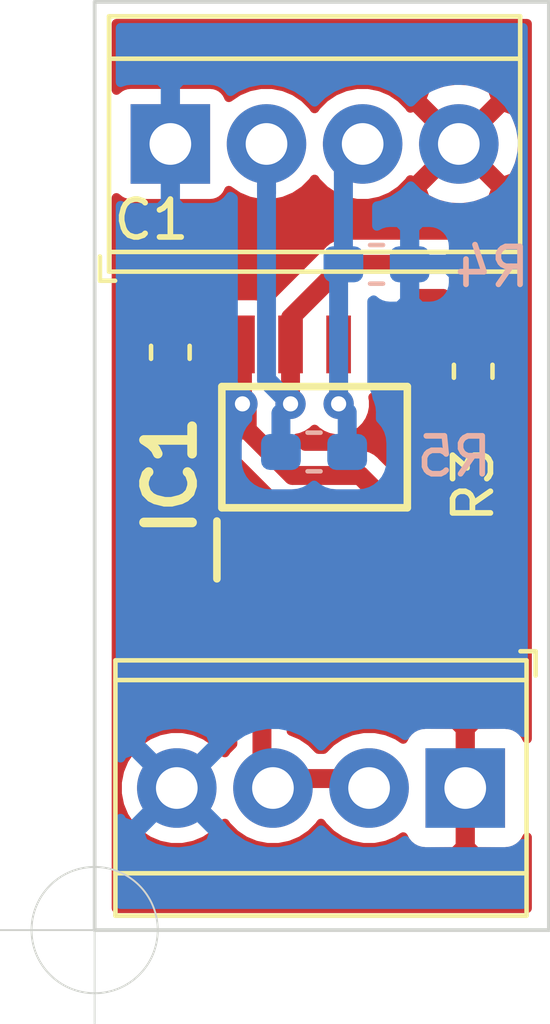
<source format=kicad_pcb>
(kicad_pcb (version 20171130) (host pcbnew "(5.1.5)-3")

  (general
    (thickness 1.6)
    (drawings 5)
    (tracks 41)
    (zones 0)
    (modules 7)
    (nets 6)
  )

  (page A4)
  (layers
    (0 F.Cu signal)
    (31 B.Cu signal)
    (32 B.Adhes user hide)
    (33 F.Adhes user hide)
    (34 B.Paste user hide)
    (35 F.Paste user hide)
    (36 B.SilkS user hide)
    (37 F.SilkS user)
    (38 B.Mask user hide)
    (39 F.Mask user hide)
    (40 Dwgs.User user hide)
    (41 Cmts.User user hide)
    (42 Eco1.User user hide)
    (43 Eco2.User user hide)
    (44 Edge.Cuts user)
    (45 Margin user hide)
    (46 B.CrtYd user hide)
    (47 F.CrtYd user hide)
    (48 B.Fab user hide)
    (49 F.Fab user hide)
  )

  (setup
    (last_trace_width 0.5)
    (user_trace_width 0.5)
    (user_trace_width 0.75)
    (trace_clearance 0.2)
    (zone_clearance 0.4)
    (zone_45_only no)
    (trace_min 0.2)
    (via_size 0.8)
    (via_drill 0.4)
    (via_min_size 0.4)
    (via_min_drill 0.3)
    (uvia_size 0.3)
    (uvia_drill 0.1)
    (uvias_allowed no)
    (uvia_min_size 0.2)
    (uvia_min_drill 0.1)
    (edge_width 0.05)
    (segment_width 0.2)
    (pcb_text_width 0.3)
    (pcb_text_size 1.5 1.5)
    (mod_edge_width 0.12)
    (mod_text_size 1 1)
    (mod_text_width 0.15)
    (pad_size 2.1 2.1)
    (pad_drill 1.1)
    (pad_to_mask_clearance 0.051)
    (solder_mask_min_width 0.25)
    (aux_axis_origin 26.938 39.321)
    (grid_origin 11.938 28.321)
    (visible_elements 7FFFFFFF)
    (pcbplotparams
      (layerselection 0x010fc_ffffffff)
      (usegerberextensions false)
      (usegerberattributes false)
      (usegerberadvancedattributes false)
      (creategerberjobfile false)
      (excludeedgelayer true)
      (linewidth 0.100000)
      (plotframeref false)
      (viasonmask false)
      (mode 1)
      (useauxorigin false)
      (hpglpennumber 1)
      (hpglpenspeed 20)
      (hpglpendiameter 15.000000)
      (psnegative false)
      (psa4output false)
      (plotreference true)
      (plotvalue true)
      (plotinvisibletext false)
      (padsonsilk false)
      (subtractmaskfromsilk false)
      (outputformat 1)
      (mirror false)
      (drillshape 0)
      (scaleselection 1)
      (outputdirectory ""))
  )

  (net 0 "")
  (net 1 +5V)
  (net 2 GND)
  (net 3 "Net-(IC1-Pad7)")
  (net 4 "Net-(IC1-Pad6)")
  (net 5 "Net-(IC1-Pad1)")

  (net_class Default "Dies ist die voreingestellte Netzklasse."
    (clearance 0.2)
    (trace_width 0.25)
    (via_dia 0.8)
    (via_drill 0.4)
    (uvia_dia 0.3)
    (uvia_drill 0.1)
    (add_net +5V)
    (add_net GND)
    (add_net "Net-(IC1-Pad1)")
    (add_net "Net-(IC1-Pad6)")
    (add_net "Net-(IC1-Pad7)")
  )

  (module MAX485ESA+T:SOIC127P600X175-8N (layer F.Cu) (tedit 5F887A95) (tstamp 5F88C4BA)
    (at 32.748 26.574 90)
    (descr "8 SO")
    (tags "Integrated Circuit")
    (path /646DCA8A)
    (attr smd)
    (fp_text reference IC1 (at -0.747 -3.81 90) (layer F.SilkS)
      (effects (font (size 1.27 1.27) (thickness 0.254)))
    )
    (fp_text value MAX485ESA+T (at 0 0 90) (layer F.SilkS) hide
      (effects (font (size 1.27 1.27) (thickness 0.254)))
    )
    (fp_line (start -3.475 -2.58) (end -1.95 -2.58) (layer F.SilkS) (width 0.2))
    (fp_line (start -1.6 2.45) (end -1.6 -2.45) (layer F.SilkS) (width 0.2))
    (fp_line (start 1.6 2.45) (end -1.6 2.45) (layer F.SilkS) (width 0.2))
    (fp_line (start 1.6 -2.45) (end 1.6 2.45) (layer F.SilkS) (width 0.2))
    (fp_line (start -1.6 -2.45) (end 1.6 -2.45) (layer F.SilkS) (width 0.2))
    (fp_line (start -1.95 -1.18) (end -0.68 -2.45) (layer Dwgs.User) (width 0.1))
    (fp_line (start -1.95 2.45) (end -1.95 -2.45) (layer Dwgs.User) (width 0.1))
    (fp_line (start 1.95 2.45) (end -1.95 2.45) (layer Dwgs.User) (width 0.1))
    (fp_line (start 1.95 -2.45) (end 1.95 2.45) (layer Dwgs.User) (width 0.1))
    (fp_line (start -1.95 -2.45) (end 1.95 -2.45) (layer Dwgs.User) (width 0.1))
    (fp_line (start -3.725 2.75) (end -3.725 -2.75) (layer Dwgs.User) (width 0.05))
    (fp_line (start 3.725 2.75) (end -3.725 2.75) (layer Dwgs.User) (width 0.05))
    (fp_line (start 3.725 -2.75) (end 3.725 2.75) (layer Dwgs.User) (width 0.05))
    (fp_line (start -3.725 -2.75) (end 3.725 -2.75) (layer Dwgs.User) (width 0.05))
    (pad 8 smd rect (at 2.712 -1.905 180) (size 0.65 1.525) (layers F.Cu F.Paste F.Mask)
      (net 1 +5V))
    (pad 7 smd rect (at 2.712 -0.635 180) (size 0.65 1.525) (layers F.Cu F.Paste F.Mask)
      (net 3 "Net-(IC1-Pad7)"))
    (pad 6 smd rect (at 2.712 0.635 180) (size 0.65 1.525) (layers F.Cu F.Paste F.Mask)
      (net 4 "Net-(IC1-Pad6)"))
    (pad 5 smd rect (at 2.712 1.905 180) (size 0.65 1.525) (layers F.Cu F.Paste F.Mask)
      (net 2 GND))
    (pad 4 smd rect (at -2.712 1.905 180) (size 0.65 1.525) (layers F.Cu F.Paste F.Mask)
      (net 1 +5V))
    (pad 3 smd rect (at -2.712 0.635 180) (size 0.65 1.525) (layers F.Cu F.Paste F.Mask)
      (net 2 GND))
    (pad 2 smd rect (at -2.712 -0.635 180) (size 0.65 1.525) (layers F.Cu F.Paste F.Mask)
      (net 2 GND))
    (pad 1 smd rect (at -2.712 -1.905 180) (size 0.65 1.525) (layers F.Cu F.Paste F.Mask)
      (net 5 "Net-(IC1-Pad1)"))
  )

  (module Resistor_SMD:R_0603_1608Metric_Pad1.05x0.95mm_HandSolder (layer B.Cu) (tedit 5B301BBD) (tstamp 5F88C543)
    (at 32.734 26.701)
    (descr "Resistor SMD 0603 (1608 Metric), square (rectangular) end terminal, IPC_7351 nominal with elongated pad for handsoldering. (Body size source: http://www.tortai-tech.com/upload/download/2011102023233369053.pdf), generated with kicad-footprint-generator")
    (tags "resistor handsolder")
    (path /5F8908CE)
    (attr smd)
    (fp_text reference R5 (at 3.704 0.12) (layer B.SilkS)
      (effects (font (size 1 1) (thickness 0.15)) (justify mirror))
    )
    (fp_text value R120 (at 0 -1.43) (layer B.Fab)
      (effects (font (size 1 1) (thickness 0.15)) (justify mirror))
    )
    (fp_text user %R (at 0 0) (layer B.Fab)
      (effects (font (size 0.4 0.4) (thickness 0.06)) (justify mirror))
    )
    (fp_line (start 1.65 -0.73) (end -1.65 -0.73) (layer B.CrtYd) (width 0.05))
    (fp_line (start 1.65 0.73) (end 1.65 -0.73) (layer B.CrtYd) (width 0.05))
    (fp_line (start -1.65 0.73) (end 1.65 0.73) (layer B.CrtYd) (width 0.05))
    (fp_line (start -1.65 -0.73) (end -1.65 0.73) (layer B.CrtYd) (width 0.05))
    (fp_line (start -0.171267 -0.51) (end 0.171267 -0.51) (layer B.SilkS) (width 0.12))
    (fp_line (start -0.171267 0.51) (end 0.171267 0.51) (layer B.SilkS) (width 0.12))
    (fp_line (start 0.8 -0.4) (end -0.8 -0.4) (layer B.Fab) (width 0.1))
    (fp_line (start 0.8 0.4) (end 0.8 -0.4) (layer B.Fab) (width 0.1))
    (fp_line (start -0.8 0.4) (end 0.8 0.4) (layer B.Fab) (width 0.1))
    (fp_line (start -0.8 -0.4) (end -0.8 0.4) (layer B.Fab) (width 0.1))
    (pad 2 smd roundrect (at 0.875 0) (size 1.05 0.95) (layers B.Cu B.Paste B.Mask) (roundrect_rratio 0.25)
      (net 4 "Net-(IC1-Pad6)"))
    (pad 1 smd roundrect (at -0.875 0) (size 1.05 0.95) (layers B.Cu B.Paste B.Mask) (roundrect_rratio 0.25)
      (net 3 "Net-(IC1-Pad7)"))
    (model ${KISYS3DMOD}/Resistor_SMD.3dshapes/R_0603_1608Metric.wrl
      (at (xyz 0 0 0))
      (scale (xyz 1 1 1))
      (rotate (xyz 0 0 0))
    )
  )

  (module Resistor_SMD:R_0603_1608Metric_Pad1.05x0.95mm_HandSolder (layer B.Cu) (tedit 5B301BBD) (tstamp 5F88C532)
    (at 34.385 21.748 180)
    (descr "Resistor SMD 0603 (1608 Metric), square (rectangular) end terminal, IPC_7351 nominal with elongated pad for handsoldering. (Body size source: http://www.tortai-tech.com/upload/download/2011102023233369053.pdf), generated with kicad-footprint-generator")
    (tags "resistor handsolder")
    (path /5F88C099)
    (attr smd)
    (fp_text reference R4 (at -3.053 -0.073) (layer B.SilkS)
      (effects (font (size 1 1) (thickness 0.15)) (justify mirror))
    )
    (fp_text value R20k (at 0 -1.43) (layer B.Fab)
      (effects (font (size 1 1) (thickness 0.15)) (justify mirror))
    )
    (fp_text user %R (at 0 0) (layer B.Fab)
      (effects (font (size 0.4 0.4) (thickness 0.06)) (justify mirror))
    )
    (fp_line (start 1.65 -0.73) (end -1.65 -0.73) (layer B.CrtYd) (width 0.05))
    (fp_line (start 1.65 0.73) (end 1.65 -0.73) (layer B.CrtYd) (width 0.05))
    (fp_line (start -1.65 0.73) (end 1.65 0.73) (layer B.CrtYd) (width 0.05))
    (fp_line (start -1.65 -0.73) (end -1.65 0.73) (layer B.CrtYd) (width 0.05))
    (fp_line (start -0.171267 -0.51) (end 0.171267 -0.51) (layer B.SilkS) (width 0.12))
    (fp_line (start -0.171267 0.51) (end 0.171267 0.51) (layer B.SilkS) (width 0.12))
    (fp_line (start 0.8 -0.4) (end -0.8 -0.4) (layer B.Fab) (width 0.1))
    (fp_line (start 0.8 0.4) (end 0.8 -0.4) (layer B.Fab) (width 0.1))
    (fp_line (start -0.8 0.4) (end 0.8 0.4) (layer B.Fab) (width 0.1))
    (fp_line (start -0.8 -0.4) (end -0.8 0.4) (layer B.Fab) (width 0.1))
    (pad 2 smd roundrect (at 0.875 0 180) (size 1.05 0.95) (layers B.Cu B.Paste B.Mask) (roundrect_rratio 0.25)
      (net 4 "Net-(IC1-Pad6)"))
    (pad 1 smd roundrect (at -0.875 0 180) (size 1.05 0.95) (layers B.Cu B.Paste B.Mask) (roundrect_rratio 0.25)
      (net 1 +5V))
    (model ${KISYS3DMOD}/Resistor_SMD.3dshapes/R_0603_1608Metric.wrl
      (at (xyz 0 0 0))
      (scale (xyz 1 1 1))
      (rotate (xyz 0 0 0))
    )
  )

  (module Resistor_SMD:R_0603_1608Metric_Pad1.05x0.95mm_HandSolder (layer F.Cu) (tedit 5B301BBD) (tstamp 5F88C521)
    (at 36.938 24.571 270)
    (descr "Resistor SMD 0603 (1608 Metric), square (rectangular) end terminal, IPC_7351 nominal with elongated pad for handsoldering. (Body size source: http://www.tortai-tech.com/upload/download/2011102023233369053.pdf), generated with kicad-footprint-generator")
    (tags "resistor handsolder")
    (path /5F88D188)
    (attr smd)
    (fp_text reference R3 (at 3 0 90) (layer F.SilkS)
      (effects (font (size 1 1) (thickness 0.15)))
    )
    (fp_text value R20k (at 0 1.43 90) (layer F.Fab)
      (effects (font (size 1 1) (thickness 0.15)))
    )
    (fp_text user %R (at 0 0 90) (layer F.Fab)
      (effects (font (size 0.4 0.4) (thickness 0.06)))
    )
    (fp_line (start 1.65 0.73) (end -1.65 0.73) (layer F.CrtYd) (width 0.05))
    (fp_line (start 1.65 -0.73) (end 1.65 0.73) (layer F.CrtYd) (width 0.05))
    (fp_line (start -1.65 -0.73) (end 1.65 -0.73) (layer F.CrtYd) (width 0.05))
    (fp_line (start -1.65 0.73) (end -1.65 -0.73) (layer F.CrtYd) (width 0.05))
    (fp_line (start -0.171267 0.51) (end 0.171267 0.51) (layer F.SilkS) (width 0.12))
    (fp_line (start -0.171267 -0.51) (end 0.171267 -0.51) (layer F.SilkS) (width 0.12))
    (fp_line (start 0.8 0.4) (end -0.8 0.4) (layer F.Fab) (width 0.1))
    (fp_line (start 0.8 -0.4) (end 0.8 0.4) (layer F.Fab) (width 0.1))
    (fp_line (start -0.8 -0.4) (end 0.8 -0.4) (layer F.Fab) (width 0.1))
    (fp_line (start -0.8 0.4) (end -0.8 -0.4) (layer F.Fab) (width 0.1))
    (pad 2 smd roundrect (at 0.875 0 270) (size 1.05 0.95) (layers F.Cu F.Paste F.Mask) (roundrect_rratio 0.25)
      (net 2 GND))
    (pad 1 smd roundrect (at -0.875 0 270) (size 1.05 0.95) (layers F.Cu F.Paste F.Mask) (roundrect_rratio 0.25)
      (net 3 "Net-(IC1-Pad7)"))
    (model ${KISYS3DMOD}/Resistor_SMD.3dshapes/R_0603_1608Metric.wrl
      (at (xyz 0 0 0))
      (scale (xyz 1 1 1))
      (rotate (xyz 0 0 0))
    )
  )

  (module Capacitor_SMD:C_0603_1608Metric_Pad1.05x0.95mm_HandSolder (layer F.Cu) (tedit 5B301BBE) (tstamp 5F88C4A0)
    (at 28.938 24.071 270)
    (descr "Capacitor SMD 0603 (1608 Metric), square (rectangular) end terminal, IPC_7351 nominal with elongated pad for handsoldering. (Body size source: http://www.tortai-tech.com/upload/download/2011102023233369053.pdf), generated with kicad-footprint-generator")
    (tags "capacitor handsolder")
    (path /646E2BDE)
    (attr smd)
    (fp_text reference C1 (at -3.5 0.5 180) (layer F.SilkS)
      (effects (font (size 1 1) (thickness 0.15)))
    )
    (fp_text value C100n (at 0 1.43 270) (layer F.Fab)
      (effects (font (size 1 1) (thickness 0.15)))
    )
    (fp_text user %R (at 0 0 270) (layer F.Fab)
      (effects (font (size 0.4 0.4) (thickness 0.06)))
    )
    (fp_line (start 1.65 0.73) (end -1.65 0.73) (layer F.CrtYd) (width 0.05))
    (fp_line (start 1.65 -0.73) (end 1.65 0.73) (layer F.CrtYd) (width 0.05))
    (fp_line (start -1.65 -0.73) (end 1.65 -0.73) (layer F.CrtYd) (width 0.05))
    (fp_line (start -1.65 0.73) (end -1.65 -0.73) (layer F.CrtYd) (width 0.05))
    (fp_line (start -0.171267 0.51) (end 0.171267 0.51) (layer F.SilkS) (width 0.12))
    (fp_line (start -0.171267 -0.51) (end 0.171267 -0.51) (layer F.SilkS) (width 0.12))
    (fp_line (start 0.8 0.4) (end -0.8 0.4) (layer F.Fab) (width 0.1))
    (fp_line (start 0.8 -0.4) (end 0.8 0.4) (layer F.Fab) (width 0.1))
    (fp_line (start -0.8 -0.4) (end 0.8 -0.4) (layer F.Fab) (width 0.1))
    (fp_line (start -0.8 0.4) (end -0.8 -0.4) (layer F.Fab) (width 0.1))
    (pad 2 smd roundrect (at 0.875 0 270) (size 1.05 0.95) (layers F.Cu F.Paste F.Mask) (roundrect_rratio 0.25)
      (net 1 +5V))
    (pad 1 smd roundrect (at -0.875 0 270) (size 1.05 0.95) (layers F.Cu F.Paste F.Mask) (roundrect_rratio 0.25)
      (net 2 GND))
    (model ${KISYS3DMOD}/Capacitor_SMD.3dshapes/C_0603_1608Metric.wrl
      (at (xyz 0 0 0))
      (scale (xyz 1 1 1))
      (rotate (xyz 0 0 0))
    )
  )

  (module TerminalBlock_TE-Connectivity:TerminalBlock_TE_282834-4_1x04_P2.54mm_Horizontal (layer F.Cu) (tedit 5FC65D07) (tstamp 5FC66161)
    (at 36.728 35.571 180)
    (descr "Terminal Block TE 282834-4, 4 pins, pitch 2.54mm, size 10.620000000000001x6.5mm^2, drill diamater 1.1mm, pad diameter 2.1mm, see http://www.te.com/commerce/DocumentDelivery/DDEController?Action=showdoc&DocId=Customer+Drawing%7F282834%7FC1%7Fpdf%7FEnglish%7FENG_CD_282834_C1.pdf, script-generated using https://github.com/pointhi/kicad-footprint-generator/scripts/TerminalBlock_TE-Connectivity")
    (tags "THT Terminal Block TE 282834-4 pitch 2.54mm size 10.620000000000001x6.5mm^2 drill 1.1mm pad 2.1mm")
    (path /646E5607)
    (fp_text reference J1 (at 7.54 2) (layer F.SilkS) hide
      (effects (font (size 1 1) (thickness 0.15)))
    )
    (fp_text value Screw_Terminal_01x04 (at 3.81 4.37) (layer F.Fab)
      (effects (font (size 1 1) (thickness 0.15)))
    )
    (fp_text user %R (at 3.81 2) (layer F.Fab)
      (effects (font (size 1 1) (thickness 0.15)))
    )
    (fp_line (start 9.63 -3.75) (end -2 -3.75) (layer F.CrtYd) (width 0.05))
    (fp_line (start 9.63 3.75) (end 9.63 -3.75) (layer F.CrtYd) (width 0.05))
    (fp_line (start -2 3.75) (end 9.63 3.75) (layer F.CrtYd) (width 0.05))
    (fp_line (start -2 -3.75) (end -2 3.75) (layer F.CrtYd) (width 0.05))
    (fp_line (start -1.86 3.61) (end -1.46 3.61) (layer F.SilkS) (width 0.12))
    (fp_line (start -1.86 2.97) (end -1.86 3.61) (layer F.SilkS) (width 0.12))
    (fp_line (start 8.321 -0.835) (end 6.786 0.7) (layer F.Fab) (width 0.1))
    (fp_line (start 8.455 -0.7) (end 6.92 0.835) (layer F.Fab) (width 0.1))
    (fp_line (start 5.781 -0.835) (end 4.246 0.7) (layer F.Fab) (width 0.1))
    (fp_line (start 5.915 -0.7) (end 4.38 0.835) (layer F.Fab) (width 0.1))
    (fp_line (start 3.241 -0.835) (end 1.706 0.7) (layer F.Fab) (width 0.1))
    (fp_line (start 3.375 -0.7) (end 1.84 0.835) (layer F.Fab) (width 0.1))
    (fp_line (start 0.701 -0.835) (end -0.835 0.7) (layer F.Fab) (width 0.1))
    (fp_line (start 0.835 -0.7) (end -0.701 0.835) (layer F.Fab) (width 0.1))
    (fp_line (start 9.241 -3.37) (end 9.241 3.37) (layer F.SilkS) (width 0.12))
    (fp_line (start -1.62 -3.37) (end -1.62 3.37) (layer F.SilkS) (width 0.12))
    (fp_line (start -1.62 3.37) (end 9.241 3.37) (layer F.SilkS) (width 0.12))
    (fp_line (start -1.62 -3.37) (end 9.241 -3.37) (layer F.SilkS) (width 0.12))
    (fp_line (start -1.62 -2.25) (end 9.241 -2.25) (layer F.SilkS) (width 0.12))
    (fp_line (start -1.5 -2.25) (end 9.12 -2.25) (layer F.Fab) (width 0.1))
    (fp_line (start -1.62 2.85) (end 9.241 2.85) (layer F.SilkS) (width 0.12))
    (fp_line (start -1.5 2.85) (end 9.12 2.85) (layer F.Fab) (width 0.1))
    (fp_line (start -1.5 2.85) (end -1.5 -3.25) (layer F.Fab) (width 0.1))
    (fp_line (start -1.1 3.25) (end -1.5 2.85) (layer F.Fab) (width 0.1))
    (fp_line (start 9.12 3.25) (end -1.1 3.25) (layer F.Fab) (width 0.1))
    (fp_line (start 9.12 -3.25) (end 9.12 3.25) (layer F.Fab) (width 0.1))
    (fp_line (start -1.5 -3.25) (end 9.12 -3.25) (layer F.Fab) (width 0.1))
    (fp_circle (center 7.62 0) (end 8.72 0) (layer F.Fab) (width 0.1))
    (fp_circle (center 5.08 0) (end 6.18 0) (layer F.Fab) (width 0.1))
    (fp_circle (center 2.54 0) (end 3.64 0) (layer F.Fab) (width 0.1))
    (fp_circle (center 0 0) (end 1.1 0) (layer F.Fab) (width 0.1))
    (pad 4 thru_hole circle (at 7.62 0 180) (size 2.1 2.1) (drill 1.1) (layers *.Cu *.Mask)
      (net 1 +5V))
    (pad 3 thru_hole circle (at 5.08 0 180) (size 2.1 2.1) (drill 1.1) (layers *.Cu *.Mask)
      (net 5 "Net-(IC1-Pad1)"))
    (pad 2 thru_hole circle (at 2.54 0 180) (size 2.1 2.1) (drill 1.1) (layers *.Cu *.Mask)
      (net 5 "Net-(IC1-Pad1)"))
    (pad 1 thru_hole rect (at 0 0 180) (size 2.1 2.1) (drill 1.1) (layers *.Cu *.Mask)
      (net 2 GND))
    (model ${KISYS3DMOD}/TerminalBlock_TE-Connectivity.3dshapes/TerminalBlock_TE_282834-4_1x04_P2.54mm_Horizontal.wrl
      (at (xyz 0 0 0))
      (scale (xyz 1 1 1))
      (rotate (xyz 0 0 0))
    )
  )

  (module TerminalBlock_TE-Connectivity:TerminalBlock_TE_282834-4_1x04_P2.54mm_Horizontal (layer F.Cu) (tedit 5B1EC513) (tstamp 5FC66188)
    (at 28.938 18.571)
    (descr "Terminal Block TE 282834-4, 4 pins, pitch 2.54mm, size 10.620000000000001x6.5mm^2, drill diamater 1.1mm, pad diameter 2.1mm, see http://www.te.com/commerce/DocumentDelivery/DDEController?Action=showdoc&DocId=Customer+Drawing%7F282834%7FC1%7Fpdf%7FEnglish%7FENG_CD_282834_C1.pdf, script-generated using https://github.com/pointhi/kicad-footprint-generator/scripts/TerminalBlock_TE-Connectivity")
    (tags "THT Terminal Block TE 282834-4 pitch 2.54mm size 10.620000000000001x6.5mm^2 drill 1.1mm pad 2.1mm")
    (path /646E413C)
    (fp_text reference J2 (at 0 -2.5) (layer F.SilkS) hide
      (effects (font (size 1 1) (thickness 0.15)))
    )
    (fp_text value Screw_Terminal_01x04 (at 3.81 4.37) (layer F.Fab)
      (effects (font (size 1 1) (thickness 0.15)))
    )
    (fp_circle (center 0 0) (end 1.1 0) (layer F.Fab) (width 0.1))
    (fp_circle (center 2.54 0) (end 3.64 0) (layer F.Fab) (width 0.1))
    (fp_circle (center 5.08 0) (end 6.18 0) (layer F.Fab) (width 0.1))
    (fp_circle (center 7.62 0) (end 8.72 0) (layer F.Fab) (width 0.1))
    (fp_line (start -1.5 -3.25) (end 9.12 -3.25) (layer F.Fab) (width 0.1))
    (fp_line (start 9.12 -3.25) (end 9.12 3.25) (layer F.Fab) (width 0.1))
    (fp_line (start 9.12 3.25) (end -1.1 3.25) (layer F.Fab) (width 0.1))
    (fp_line (start -1.1 3.25) (end -1.5 2.85) (layer F.Fab) (width 0.1))
    (fp_line (start -1.5 2.85) (end -1.5 -3.25) (layer F.Fab) (width 0.1))
    (fp_line (start -1.5 2.85) (end 9.12 2.85) (layer F.Fab) (width 0.1))
    (fp_line (start -1.62 2.85) (end 9.241 2.85) (layer F.SilkS) (width 0.12))
    (fp_line (start -1.5 -2.25) (end 9.12 -2.25) (layer F.Fab) (width 0.1))
    (fp_line (start -1.62 -2.25) (end 9.241 -2.25) (layer F.SilkS) (width 0.12))
    (fp_line (start -1.62 -3.37) (end 9.241 -3.37) (layer F.SilkS) (width 0.12))
    (fp_line (start -1.62 3.37) (end 9.241 3.37) (layer F.SilkS) (width 0.12))
    (fp_line (start -1.62 -3.37) (end -1.62 3.37) (layer F.SilkS) (width 0.12))
    (fp_line (start 9.241 -3.37) (end 9.241 3.37) (layer F.SilkS) (width 0.12))
    (fp_line (start 0.835 -0.7) (end -0.701 0.835) (layer F.Fab) (width 0.1))
    (fp_line (start 0.701 -0.835) (end -0.835 0.7) (layer F.Fab) (width 0.1))
    (fp_line (start 3.375 -0.7) (end 1.84 0.835) (layer F.Fab) (width 0.1))
    (fp_line (start 3.241 -0.835) (end 1.706 0.7) (layer F.Fab) (width 0.1))
    (fp_line (start 5.915 -0.7) (end 4.38 0.835) (layer F.Fab) (width 0.1))
    (fp_line (start 5.781 -0.835) (end 4.246 0.7) (layer F.Fab) (width 0.1))
    (fp_line (start 8.455 -0.7) (end 6.92 0.835) (layer F.Fab) (width 0.1))
    (fp_line (start 8.321 -0.835) (end 6.786 0.7) (layer F.Fab) (width 0.1))
    (fp_line (start -1.86 2.97) (end -1.86 3.61) (layer F.SilkS) (width 0.12))
    (fp_line (start -1.86 3.61) (end -1.46 3.61) (layer F.SilkS) (width 0.12))
    (fp_line (start -2 -3.75) (end -2 3.75) (layer F.CrtYd) (width 0.05))
    (fp_line (start -2 3.75) (end 9.63 3.75) (layer F.CrtYd) (width 0.05))
    (fp_line (start 9.63 3.75) (end 9.63 -3.75) (layer F.CrtYd) (width 0.05))
    (fp_line (start 9.63 -3.75) (end -2 -3.75) (layer F.CrtYd) (width 0.05))
    (fp_text user %R (at 3.81 2) (layer F.Fab)
      (effects (font (size 1 1) (thickness 0.15)))
    )
    (pad 1 thru_hole rect (at 0 0) (size 2.1 2.1) (drill 1.1) (layers *.Cu *.Mask)
      (net 1 +5V))
    (pad 2 thru_hole circle (at 2.54 0) (size 2.1 2.1) (drill 1.1) (layers *.Cu *.Mask)
      (net 3 "Net-(IC1-Pad7)"))
    (pad 3 thru_hole circle (at 5.08 0) (size 2.1 2.1) (drill 1.1) (layers *.Cu *.Mask)
      (net 4 "Net-(IC1-Pad6)"))
    (pad 4 thru_hole circle (at 7.62 0) (size 2.1 2.1) (drill 1.1) (layers *.Cu *.Mask)
      (net 2 GND))
    (model ${KISYS3DMOD}/TerminalBlock_TE-Connectivity.3dshapes/TerminalBlock_TE_282834-4_1x04_P2.54mm_Horizontal.wrl
      (at (xyz 0 0 0))
      (scale (xyz 1 1 1))
      (rotate (xyz 0 0 0))
    )
  )

  (target plus (at 26.938 39.321) (size 5) (width 0.05) (layer Edge.Cuts))
  (gr_line (start 38.938 14.821) (end 38.938 39.321) (layer Edge.Cuts) (width 0.1))
  (gr_line (start 26.938 14.821) (end 38.938 14.821) (layer Edge.Cuts) (width 0.1))
  (gr_line (start 26.938 39.321) (end 26.938 14.821) (layer Edge.Cuts) (width 0.1))
  (gr_line (start 38.938 39.321) (end 26.938 39.321) (layer Edge.Cuts) (width 0.1))

  (via (at 30.843 25.431) (size 0.8) (drill 0.4) (layers F.Cu B.Cu) (net 1))
  (segment (start 30.843 25.996685) (end 30.843 25.431) (width 0.75) (layer F.Cu) (net 1))
  (segment (start 34.653 29.286) (end 34.653 28.433498) (width 0.75) (layer F.Cu) (net 1))
  (segment (start 30.843 23.862) (end 30.843 25.431) (width 0.5) (layer F.Cu) (net 1))
  (segment (start 30.843 25.996685) (end 32.167315 27.321) (width 0.5) (layer F.Cu) (net 1))
  (segment (start 34.653 28.0235) (end 34.653 29.286) (width 0.5) (layer F.Cu) (net 1))
  (segment (start 33.9505 27.321) (end 34.653 28.0235) (width 0.5) (layer F.Cu) (net 1))
  (segment (start 32.167315 27.321) (end 33.9505 27.321) (width 0.5) (layer F.Cu) (net 1))
  (segment (start 30.022 23.862) (end 28.938 24.946) (width 0.5) (layer F.Cu) (net 1))
  (segment (start 30.843 23.862) (end 30.022 23.862) (width 0.5) (layer F.Cu) (net 1))
  (via (at 32.113 25.431) (size 0.8) (drill 0.4) (layers F.Cu B.Cu) (net 3))
  (segment (start 32.113 23.862) (end 32.113 25.419002) (width 0.5) (layer F.Cu) (net 3))
  (segment (start 31.478 24.796) (end 32.113 25.431) (width 0.5) (layer B.Cu) (net 3))
  (segment (start 32.113 23.159) (end 33.524 21.748) (width 0.5) (layer F.Cu) (net 3))
  (segment (start 32.113 23.862) (end 32.113 23.159) (width 0.5) (layer F.Cu) (net 3))
  (segment (start 31.478 19.861) (end 31.478 24.796) (width 0.5) (layer B.Cu) (net 3))
  (segment (start 31.478 19.861) (end 31.478 18.321) (width 0.5) (layer B.Cu) (net 3))
  (segment (start 31.478 18.821) (end 31.478 19.861) (width 0.5) (layer B.Cu) (net 3))
  (segment (start 36.765 21.748) (end 33.524 21.748) (width 0.5) (layer F.Cu) (net 3))
  (segment (start 36.938 21.921) (end 36.938 22.946) (width 0.5) (layer F.Cu) (net 3))
  (segment (start 36.765 21.748) (end 36.938 21.921) (width 0.5) (layer F.Cu) (net 3))
  (segment (start 31.859 25.685) (end 32.113 25.431) (width 0.5) (layer B.Cu) (net 3))
  (segment (start 31.859 26.701) (end 31.859 25.685) (width 0.5) (layer B.Cu) (net 3))
  (segment (start 36.938 22.946) (end 36.938 23.696) (width 0.5) (layer F.Cu) (net 3))
  (via (at 33.383 25.431) (size 0.8) (drill 0.4) (layers F.Cu B.Cu) (net 4))
  (segment (start 33.383 21.621) (end 33.51 21.748) (width 0.5) (layer B.Cu) (net 4))
  (segment (start 33.383 23.862) (end 33.383 25.431) (width 0.5) (layer F.Cu) (net 4))
  (segment (start 33.383 21.875) (end 33.51 21.748) (width 0.5) (layer B.Cu) (net 4))
  (segment (start 33.383 25.431) (end 33.383 21.875) (width 0.5) (layer B.Cu) (net 4))
  (segment (start 33.51 19.329) (end 34.018 18.821) (width 0.5) (layer B.Cu) (net 4))
  (segment (start 33.51 19.393) (end 33.51 18.829) (width 0.5) (layer B.Cu) (net 4))
  (segment (start 33.51 19.393) (end 33.51 19.329) (width 0.5) (layer B.Cu) (net 4))
  (segment (start 33.51 21.748) (end 33.51 19.393) (width 0.5) (layer B.Cu) (net 4))
  (segment (start 33.51 18.829) (end 34.018 18.321) (width 0.5) (layer B.Cu) (net 4))
  (segment (start 33.51 21.748) (end 33.51 18.829) (width 0.5) (layer B.Cu) (net 4))
  (segment (start 33.609 25.657) (end 33.383 25.431) (width 0.5) (layer B.Cu) (net 4))
  (segment (start 33.609 26.701) (end 33.609 25.657) (width 0.5) (layer B.Cu) (net 4))
  (segment (start 30.843 29.286) (end 30.843 32.266) (width 0.5) (layer F.Cu) (net 5))
  (segment (start 31.358 32.781) (end 31.358 35.321) (width 0.5) (layer F.Cu) (net 5))
  (segment (start 30.843 32.266) (end 31.358 32.781) (width 0.5) (layer F.Cu) (net 5))
  (segment (start 31.358 35.321) (end 33.898 35.321) (width 0.5) (layer F.Cu) (net 5))

  (zone (net 2) (net_name GND) (layer F.Cu) (tstamp 5FD37A61) (hatch edge 0.508)
    (priority 1)
    (connect_pads (clearance 0.4))
    (min_thickness 0.25)
    (fill yes (arc_segments 32) (thermal_gap 0.508) (thermal_bridge_width 0.508))
    (polygon
      (pts
        (xy 38.938 39.321) (xy 26.938 39.321) (xy 26.938 14.821) (xy 38.938 14.821)
      )
    )
    (filled_polygon
      (pts
        (xy 38.363001 34.27264) (xy 38.306867 34.167622) (xy 38.227764 34.071236) (xy 38.131378 33.992133) (xy 38.021411 33.933354)
        (xy 37.90209 33.897159) (xy 37.778 33.884937) (xy 37.01525 33.888) (xy 36.857 34.04625) (xy 36.857 35.442)
        (xy 36.877 35.442) (xy 36.877 35.7) (xy 36.857 35.7) (xy 36.857 37.09575) (xy 37.01525 37.254)
        (xy 37.778 37.257063) (xy 37.90209 37.244841) (xy 38.021411 37.208646) (xy 38.131378 37.149867) (xy 38.227764 37.070764)
        (xy 38.306867 36.974378) (xy 38.363001 36.86936) (xy 38.363001 38.746) (xy 27.513 38.746) (xy 27.513 35.415876)
        (xy 27.533 35.415876) (xy 27.533 35.726124) (xy 27.593526 36.030411) (xy 27.712253 36.317042) (xy 27.884617 36.575004)
        (xy 28.103996 36.794383) (xy 28.361958 36.966747) (xy 28.648589 37.085474) (xy 28.952876 37.146) (xy 29.263124 37.146)
        (xy 29.567411 37.085474) (xy 29.854042 36.966747) (xy 30.112004 36.794383) (xy 30.331383 36.575004) (xy 30.378 36.505236)
        (xy 30.424617 36.575004) (xy 30.643996 36.794383) (xy 30.901958 36.966747) (xy 31.188589 37.085474) (xy 31.492876 37.146)
        (xy 31.803124 37.146) (xy 32.107411 37.085474) (xy 32.394042 36.966747) (xy 32.652004 36.794383) (xy 32.871383 36.575004)
        (xy 32.918 36.505236) (xy 32.964617 36.575004) (xy 33.183996 36.794383) (xy 33.441958 36.966747) (xy 33.728589 37.085474)
        (xy 34.032876 37.146) (xy 34.343124 37.146) (xy 34.647411 37.085474) (xy 34.934042 36.966747) (xy 35.089822 36.862658)
        (xy 35.090354 36.864411) (xy 35.149133 36.974378) (xy 35.228236 37.070764) (xy 35.324622 37.149867) (xy 35.434589 37.208646)
        (xy 35.55391 37.244841) (xy 35.678 37.257063) (xy 36.44075 37.254) (xy 36.599 37.09575) (xy 36.599 35.7)
        (xy 36.579 35.7) (xy 36.579 35.442) (xy 36.599 35.442) (xy 36.599 34.04625) (xy 36.44075 33.888)
        (xy 35.678 33.884937) (xy 35.55391 33.897159) (xy 35.434589 33.933354) (xy 35.324622 33.992133) (xy 35.228236 34.071236)
        (xy 35.149133 34.167622) (xy 35.090354 34.277589) (xy 35.089822 34.279342) (xy 34.934042 34.175253) (xy 34.647411 34.056526)
        (xy 34.343124 33.996) (xy 34.032876 33.996) (xy 33.728589 34.056526) (xy 33.441958 34.175253) (xy 33.183996 34.347617)
        (xy 32.985613 34.546) (xy 32.850387 34.546) (xy 32.652004 34.347617) (xy 32.394042 34.175253) (xy 32.133 34.067125)
        (xy 32.133 32.819063) (xy 32.136749 32.781) (xy 32.128638 32.69865) (xy 32.121786 32.629074) (xy 32.07747 32.482986)
        (xy 32.005507 32.348351) (xy 32.005506 32.348349) (xy 31.969162 32.304065) (xy 31.908659 32.230341) (xy 31.879083 32.206069)
        (xy 31.618 31.944986) (xy 31.618 30.658415) (xy 31.66391 30.672341) (xy 31.788 30.684563) (xy 31.82575 30.6815)
        (xy 31.984 30.52325) (xy 31.984 29.415) (xy 32.242 29.415) (xy 32.242 30.52325) (xy 32.40025 30.6815)
        (xy 32.438 30.684563) (xy 32.56209 30.672341) (xy 32.681411 30.636146) (xy 32.748 30.600553) (xy 32.814589 30.636146)
        (xy 32.93391 30.672341) (xy 33.058 30.684563) (xy 33.09575 30.6815) (xy 33.254 30.52325) (xy 33.254 29.415)
        (xy 32.242 29.415) (xy 31.984 29.415) (xy 31.964 29.415) (xy 31.964 29.157) (xy 31.984 29.157)
        (xy 31.984 29.137) (xy 32.242 29.137) (xy 32.242 29.157) (xy 33.254 29.157) (xy 33.254 29.137)
        (xy 33.512 29.137) (xy 33.512 29.157) (xy 33.532 29.157) (xy 33.532 29.415) (xy 33.512 29.415)
        (xy 33.512 30.52325) (xy 33.67025 30.6815) (xy 33.708 30.684563) (xy 33.83209 30.672341) (xy 33.951411 30.636146)
        (xy 34.061378 30.577367) (xy 34.117524 30.531289) (xy 34.126119 30.535883) (xy 34.225082 30.565903) (xy 34.328 30.57604)
        (xy 34.978 30.57604) (xy 35.080918 30.565903) (xy 35.179881 30.535883) (xy 35.271086 30.487133) (xy 35.351027 30.421527)
        (xy 35.416633 30.341586) (xy 35.465383 30.250381) (xy 35.495403 30.151418) (xy 35.50554 30.0485) (xy 35.50554 29.575954)
        (xy 35.539977 29.462431) (xy 35.553 29.330207) (xy 35.553 28.389291) (xy 35.539977 28.257067) (xy 35.488514 28.087417)
        (xy 35.426644 27.971666) (xy 35.416786 27.871574) (xy 35.37247 27.725486) (xy 35.31556 27.619014) (xy 35.300506 27.590849)
        (xy 35.249865 27.529144) (xy 35.203659 27.472841) (xy 35.174088 27.448573) (xy 34.525432 26.799918) (xy 34.501159 26.770341)
        (xy 34.38315 26.673494) (xy 34.248514 26.60153) (xy 34.102426 26.557214) (xy 33.988565 26.546) (xy 33.988563 26.546)
        (xy 33.9505 26.542251) (xy 33.912437 26.546) (xy 32.48833 26.546) (xy 32.282697 26.340367) (xy 32.382813 26.320453)
        (xy 32.551152 26.250725) (xy 32.702653 26.149495) (xy 32.748 26.104148) (xy 32.793347 26.149495) (xy 32.944848 26.250725)
        (xy 33.113187 26.320453) (xy 33.291895 26.356) (xy 33.474105 26.356) (xy 33.652813 26.320453) (xy 33.821152 26.250725)
        (xy 33.972653 26.149495) (xy 34.101495 26.020653) (xy 34.134672 25.971) (xy 35.826937 25.971) (xy 35.839159 26.09509)
        (xy 35.875354 26.214411) (xy 35.934133 26.324378) (xy 36.013236 26.420764) (xy 36.109622 26.499867) (xy 36.219589 26.558646)
        (xy 36.33891 26.594841) (xy 36.463 26.607063) (xy 36.65075 26.604) (xy 36.809 26.44575) (xy 36.809 25.575)
        (xy 37.067 25.575) (xy 37.067 26.44575) (xy 37.22525 26.604) (xy 37.413 26.607063) (xy 37.53709 26.594841)
        (xy 37.656411 26.558646) (xy 37.766378 26.499867) (xy 37.862764 26.420764) (xy 37.941867 26.324378) (xy 38.000646 26.214411)
        (xy 38.036841 26.09509) (xy 38.049063 25.971) (xy 38.046 25.73325) (xy 37.88775 25.575) (xy 37.067 25.575)
        (xy 36.809 25.575) (xy 35.98825 25.575) (xy 35.83 25.73325) (xy 35.826937 25.971) (xy 34.134672 25.971)
        (xy 34.202725 25.869152) (xy 34.272453 25.700813) (xy 34.308 25.522105) (xy 34.308 25.339895) (xy 34.291505 25.256968)
        (xy 34.328 25.260563) (xy 34.36575 25.2575) (xy 34.524 25.09925) (xy 34.524 23.991) (xy 34.782 23.991)
        (xy 34.782 25.09925) (xy 34.94025 25.2575) (xy 34.978 25.260563) (xy 35.10209 25.248341) (xy 35.221411 25.212146)
        (xy 35.331378 25.153367) (xy 35.427764 25.074264) (xy 35.506867 24.977878) (xy 35.565646 24.867911) (xy 35.601841 24.74859)
        (xy 35.614063 24.6245) (xy 35.611 24.14925) (xy 35.45275 23.991) (xy 34.782 23.991) (xy 34.524 23.991)
        (xy 34.504 23.991) (xy 34.504 23.733) (xy 34.524 23.733) (xy 34.524 23.713) (xy 34.782 23.713)
        (xy 34.782 23.733) (xy 35.45275 23.733) (xy 35.611 23.57475) (xy 35.614063 23.0995) (xy 35.601841 22.97541)
        (xy 35.565646 22.856089) (xy 35.506867 22.746122) (xy 35.427764 22.649736) (xy 35.331378 22.570633) (xy 35.242264 22.523)
        (xy 36.163001 22.523) (xy 36.163001 22.864691) (xy 36.159535 22.867535) (xy 36.064392 22.983467) (xy 35.993695 23.115732)
        (xy 35.95016 23.259248) (xy 35.93546 23.4085) (xy 35.93546 23.9835) (xy 35.95016 24.132752) (xy 35.993695 24.276268)
        (xy 36.064392 24.408533) (xy 36.074553 24.420914) (xy 36.013236 24.471236) (xy 35.934133 24.567622) (xy 35.875354 24.677589)
        (xy 35.839159 24.79691) (xy 35.826937 24.921) (xy 35.83 25.15875) (xy 35.98825 25.317) (xy 36.809 25.317)
        (xy 36.809 25.297) (xy 37.067 25.297) (xy 37.067 25.317) (xy 37.88775 25.317) (xy 38.046 25.15875)
        (xy 38.049063 24.921) (xy 38.036841 24.79691) (xy 38.000646 24.677589) (xy 37.941867 24.567622) (xy 37.862764 24.471236)
        (xy 37.801447 24.420914) (xy 37.811608 24.408533) (xy 37.882305 24.276268) (xy 37.92584 24.132752) (xy 37.94054 23.9835)
        (xy 37.94054 23.4085) (xy 37.92584 23.259248) (xy 37.882305 23.115732) (xy 37.811608 22.983467) (xy 37.716465 22.867535)
        (xy 37.713 22.864691) (xy 37.713 21.959063) (xy 37.716749 21.921) (xy 37.713 21.882935) (xy 37.701786 21.769074)
        (xy 37.65747 21.622986) (xy 37.585506 21.48835) (xy 37.488659 21.370341) (xy 37.459083 21.346069) (xy 37.339933 21.226919)
        (xy 37.315659 21.197341) (xy 37.19765 21.100494) (xy 37.063014 21.02853) (xy 36.916926 20.984214) (xy 36.803065 20.973)
        (xy 36.803063 20.973) (xy 36.765 20.969251) (xy 36.726937 20.973) (xy 33.562062 20.973) (xy 33.523999 20.969251)
        (xy 33.485936 20.973) (xy 33.485935 20.973) (xy 33.372074 20.984214) (xy 33.225986 21.02853) (xy 33.09135 21.100494)
        (xy 32.973341 21.197341) (xy 32.949072 21.226913) (xy 31.591914 22.584072) (xy 31.562342 22.608341) (xy 31.538241 22.637708)
        (xy 31.494914 22.660867) (xy 31.478 22.674748) (xy 31.461086 22.660867) (xy 31.369881 22.612117) (xy 31.270918 22.582097)
        (xy 31.168 22.57196) (xy 30.518 22.57196) (xy 30.415082 22.582097) (xy 30.316119 22.612117) (xy 30.224914 22.660867)
        (xy 30.144973 22.726473) (xy 30.079367 22.806414) (xy 30.046527 22.867854) (xy 30.049063 22.671) (xy 30.036841 22.54691)
        (xy 30.000646 22.427589) (xy 29.941867 22.317622) (xy 29.862764 22.221236) (xy 29.766378 22.142133) (xy 29.656411 22.083354)
        (xy 29.53709 22.047159) (xy 29.413 22.034937) (xy 29.22525 22.038) (xy 29.067 22.19625) (xy 29.067 23.067)
        (xy 29.087 23.067) (xy 29.087 23.325) (xy 29.067 23.325) (xy 29.067 23.345) (xy 28.809 23.345)
        (xy 28.809 23.325) (xy 27.98825 23.325) (xy 27.83 23.48325) (xy 27.826937 23.721) (xy 27.839159 23.84509)
        (xy 27.875354 23.964411) (xy 27.934133 24.074378) (xy 28.013236 24.170764) (xy 28.074553 24.221086) (xy 28.064392 24.233467)
        (xy 27.993695 24.365732) (xy 27.95016 24.509248) (xy 27.93546 24.6585) (xy 27.93546 25.2335) (xy 27.95016 25.382752)
        (xy 27.993695 25.526268) (xy 28.064392 25.658533) (xy 28.159535 25.774465) (xy 28.275467 25.869608) (xy 28.407732 25.940305)
        (xy 28.551248 25.98384) (xy 28.7005 25.99854) (xy 29.1755 25.99854) (xy 29.324752 25.98384) (xy 29.468268 25.940305)
        (xy 29.600533 25.869608) (xy 29.716465 25.774465) (xy 29.811608 25.658533) (xy 29.882305 25.526268) (xy 29.918 25.408597)
        (xy 29.918 25.522105) (xy 29.943 25.647789) (xy 29.943 26.040891) (xy 29.956023 26.173115) (xy 30.007486 26.342765)
        (xy 30.091057 26.499116) (xy 30.203525 26.63616) (xy 30.340568 26.748628) (xy 30.496919 26.832199) (xy 30.619765 26.869464)
        (xy 31.592387 27.842087) (xy 31.616656 27.871659) (xy 31.654319 27.902568) (xy 31.544589 27.935854) (xy 31.434622 27.994633)
        (xy 31.378476 28.040711) (xy 31.369881 28.036117) (xy 31.270918 28.006097) (xy 31.168 27.99596) (xy 30.518 27.99596)
        (xy 30.415082 28.006097) (xy 30.316119 28.036117) (xy 30.224914 28.084867) (xy 30.144973 28.150473) (xy 30.079367 28.230414)
        (xy 30.030617 28.321619) (xy 30.000597 28.420582) (xy 29.99046 28.5235) (xy 29.99046 30.0485) (xy 30.000597 30.151418)
        (xy 30.030617 30.250381) (xy 30.068 30.32032) (xy 30.068001 32.227927) (xy 30.064251 32.266) (xy 30.079215 32.417926)
        (xy 30.123531 32.564014) (xy 30.195494 32.69865) (xy 30.231839 32.742936) (xy 30.292342 32.816659) (xy 30.321914 32.840928)
        (xy 30.583 33.102014) (xy 30.583001 34.408612) (xy 30.424617 34.566996) (xy 30.378 34.636764) (xy 30.331383 34.566996)
        (xy 30.112004 34.347617) (xy 29.854042 34.175253) (xy 29.567411 34.056526) (xy 29.263124 33.996) (xy 28.952876 33.996)
        (xy 28.648589 34.056526) (xy 28.361958 34.175253) (xy 28.103996 34.347617) (xy 27.884617 34.566996) (xy 27.712253 34.824958)
        (xy 27.593526 35.111589) (xy 27.533 35.415876) (xy 27.513 35.415876) (xy 27.513 22.671) (xy 27.826937 22.671)
        (xy 27.83 22.90875) (xy 27.98825 23.067) (xy 28.809 23.067) (xy 28.809 22.19625) (xy 28.65075 22.038)
        (xy 28.463 22.034937) (xy 28.33891 22.047159) (xy 28.219589 22.083354) (xy 28.109622 22.142133) (xy 28.013236 22.221236)
        (xy 27.934133 22.317622) (xy 27.875354 22.427589) (xy 27.839159 22.54691) (xy 27.826937 22.671) (xy 27.513 22.671)
        (xy 27.513 19.991623) (xy 27.514973 19.994027) (xy 27.594914 20.059633) (xy 27.686119 20.108383) (xy 27.785082 20.138403)
        (xy 27.888 20.14854) (xy 29.988 20.14854) (xy 30.090918 20.138403) (xy 30.189881 20.108383) (xy 30.281086 20.059633)
        (xy 30.361027 19.994027) (xy 30.426633 19.914086) (xy 30.475383 19.822881) (xy 30.482337 19.799956) (xy 30.731958 19.966747)
        (xy 31.018589 20.085474) (xy 31.322876 20.146) (xy 31.633124 20.146) (xy 31.937411 20.085474) (xy 32.224042 19.966747)
        (xy 32.482004 19.794383) (xy 32.701383 19.575004) (xy 32.748 19.505236) (xy 32.794617 19.575004) (xy 33.013996 19.794383)
        (xy 33.271958 19.966747) (xy 33.558589 20.085474) (xy 33.862876 20.146) (xy 34.173124 20.146) (xy 34.477411 20.085474)
        (xy 34.764042 19.966747) (xy 35.022004 19.794383) (xy 35.074096 19.742291) (xy 35.569143 19.742291) (xy 35.67123 20.011002)
        (xy 35.9692 20.156333) (xy 36.289797 20.24074) (xy 36.6207 20.26098) (xy 36.949193 20.216276) (xy 37.262654 20.108344)
        (xy 37.44477 20.011002) (xy 37.546857 19.742291) (xy 36.558 18.753434) (xy 35.569143 19.742291) (xy 35.074096 19.742291)
        (xy 35.241383 19.575004) (xy 35.278877 19.51889) (xy 35.386709 19.559857) (xy 36.375566 18.571) (xy 36.740434 18.571)
        (xy 37.729291 19.559857) (xy 37.998002 19.45777) (xy 38.143333 19.1598) (xy 38.22774 18.839203) (xy 38.24798 18.5083)
        (xy 38.203276 18.179807) (xy 38.095344 17.866346) (xy 37.998002 17.68423) (xy 37.729291 17.582143) (xy 36.740434 18.571)
        (xy 36.375566 18.571) (xy 35.386709 17.582143) (xy 35.278877 17.62311) (xy 35.241383 17.566996) (xy 35.074096 17.399709)
        (xy 35.569143 17.399709) (xy 36.558 18.388566) (xy 37.546857 17.399709) (xy 37.44477 17.130998) (xy 37.1468 16.985667)
        (xy 36.826203 16.90126) (xy 36.4953 16.88102) (xy 36.166807 16.925724) (xy 35.853346 17.033656) (xy 35.67123 17.130998)
        (xy 35.569143 17.399709) (xy 35.074096 17.399709) (xy 35.022004 17.347617) (xy 34.764042 17.175253) (xy 34.477411 17.056526)
        (xy 34.173124 16.996) (xy 33.862876 16.996) (xy 33.558589 17.056526) (xy 33.271958 17.175253) (xy 33.013996 17.347617)
        (xy 32.794617 17.566996) (xy 32.748 17.636764) (xy 32.701383 17.566996) (xy 32.482004 17.347617) (xy 32.224042 17.175253)
        (xy 31.937411 17.056526) (xy 31.633124 16.996) (xy 31.322876 16.996) (xy 31.018589 17.056526) (xy 30.731958 17.175253)
        (xy 30.482337 17.342044) (xy 30.475383 17.319119) (xy 30.426633 17.227914) (xy 30.361027 17.147973) (xy 30.281086 17.082367)
        (xy 30.189881 17.033617) (xy 30.090918 17.003597) (xy 29.988 16.99346) (xy 27.888 16.99346) (xy 27.785082 17.003597)
        (xy 27.686119 17.033617) (xy 27.594914 17.082367) (xy 27.514973 17.147973) (xy 27.513 17.150377) (xy 27.513 15.396)
        (xy 38.363 15.396)
      )
    )
  )
  (zone (net 1) (net_name +5V) (layer B.Cu) (tstamp 5FD37A5E) (hatch edge 0.508)
    (priority 1)
    (connect_pads (clearance 0.508))
    (min_thickness 0.254)
    (fill yes (arc_segments 32) (thermal_gap 0.508) (thermal_bridge_width 0.508))
    (polygon
      (pts
        (xy 38.938 39.321) (xy 26.938 39.321) (xy 26.933628 14.821) (xy 38.933628 14.821)
      )
    )
    (filled_polygon
      (pts
        (xy 38.253001 34.098835) (xy 38.229185 34.069815) (xy 38.132494 33.990463) (xy 38.02218 33.931498) (xy 37.902482 33.895188)
        (xy 37.778 33.882928) (xy 35.678 33.882928) (xy 35.553518 33.895188) (xy 35.43382 33.931498) (xy 35.323506 33.990463)
        (xy 35.226815 34.069815) (xy 35.147463 34.166506) (xy 35.139958 34.180546) (xy 34.986147 34.077772) (xy 34.679496 33.950754)
        (xy 34.353958 33.886) (xy 34.022042 33.886) (xy 33.696504 33.950754) (xy 33.389853 34.077772) (xy 33.113875 34.262175)
        (xy 32.918 34.45805) (xy 32.722125 34.262175) (xy 32.446147 34.077772) (xy 32.139496 33.950754) (xy 31.813958 33.886)
        (xy 31.482042 33.886) (xy 31.156504 33.950754) (xy 30.849853 34.077772) (xy 30.573875 34.262175) (xy 30.339175 34.496875)
        (xy 30.282958 34.581009) (xy 30.279066 34.579539) (xy 29.287605 35.571) (xy 30.279066 36.562461) (xy 30.282958 36.560991)
        (xy 30.339175 36.645125) (xy 30.573875 36.879825) (xy 30.849853 37.064228) (xy 31.156504 37.191246) (xy 31.482042 37.256)
        (xy 31.813958 37.256) (xy 32.139496 37.191246) (xy 32.446147 37.064228) (xy 32.722125 36.879825) (xy 32.918 36.68395)
        (xy 33.113875 36.879825) (xy 33.389853 37.064228) (xy 33.696504 37.191246) (xy 34.022042 37.256) (xy 34.353958 37.256)
        (xy 34.679496 37.191246) (xy 34.986147 37.064228) (xy 35.139958 36.961454) (xy 35.147463 36.975494) (xy 35.226815 37.072185)
        (xy 35.323506 37.151537) (xy 35.43382 37.210502) (xy 35.553518 37.246812) (xy 35.678 37.259072) (xy 37.778 37.259072)
        (xy 37.902482 37.246812) (xy 38.02218 37.210502) (xy 38.132494 37.151537) (xy 38.229185 37.072185) (xy 38.253001 37.043165)
        (xy 38.253001 38.636) (xy 27.623 38.636) (xy 27.623 36.742066) (xy 28.116539 36.742066) (xy 28.218339 37.011579)
        (xy 28.516477 37.157463) (xy 28.837346 37.24238) (xy 29.168617 37.263066) (xy 29.497557 37.218728) (xy 29.811527 37.111069)
        (xy 29.997661 37.011579) (xy 30.099461 36.742066) (xy 29.108 35.750605) (xy 28.116539 36.742066) (xy 27.623 36.742066)
        (xy 27.623 36.377555) (xy 27.667421 36.460661) (xy 27.936934 36.562461) (xy 28.928395 35.571) (xy 27.936934 34.579539)
        (xy 27.667421 34.681339) (xy 27.623 34.772121) (xy 27.623 34.399934) (xy 28.116539 34.399934) (xy 29.108 35.391395)
        (xy 30.099461 34.399934) (xy 29.997661 34.130421) (xy 29.699523 33.984537) (xy 29.378654 33.89962) (xy 29.047383 33.878934)
        (xy 28.718443 33.923272) (xy 28.404473 34.030931) (xy 28.218339 34.130421) (xy 28.116539 34.399934) (xy 27.623 34.399934)
        (xy 27.623 20.199373) (xy 27.64382 20.210502) (xy 27.763518 20.246812) (xy 27.888 20.259072) (xy 28.65225 20.256)
        (xy 28.811 20.09725) (xy 28.811 18.698) (xy 28.791 18.698) (xy 28.791 18.444) (xy 28.811 18.444)
        (xy 28.811 17.04475) (xy 29.065 17.04475) (xy 29.065 18.444) (xy 29.085 18.444) (xy 29.085 18.698)
        (xy 29.065 18.698) (xy 29.065 20.09725) (xy 29.22375 20.256) (xy 29.988 20.259072) (xy 30.112482 20.246812)
        (xy 30.23218 20.210502) (xy 30.342494 20.151537) (xy 30.439185 20.072185) (xy 30.518537 19.975494) (xy 30.526042 19.961454)
        (xy 30.593 20.006195) (xy 30.593001 24.752521) (xy 30.588719 24.796) (xy 30.605805 24.96949) (xy 30.656412 25.136313)
        (xy 30.73859 25.290059) (xy 30.821468 25.391046) (xy 30.821471 25.391049) (xy 30.849184 25.424817) (xy 30.882951 25.452529)
        (xy 30.982782 25.55236) (xy 30.969719 25.685) (xy 30.974001 25.728478) (xy 30.974001 25.826631) (xy 30.952377 25.844377)
        (xy 30.843488 25.977058) (xy 30.762577 26.128433) (xy 30.712752 26.292684) (xy 30.695928 26.4635) (xy 30.695928 26.9385)
        (xy 30.712752 27.109316) (xy 30.762577 27.273567) (xy 30.843488 27.424942) (xy 30.952377 27.557623) (xy 31.085058 27.666512)
        (xy 31.236433 27.747423) (xy 31.400684 27.797248) (xy 31.5715 27.814072) (xy 32.1465 27.814072) (xy 32.317316 27.797248)
        (xy 32.481567 27.747423) (xy 32.632942 27.666512) (xy 32.734 27.583575) (xy 32.835058 27.666512) (xy 32.986433 27.747423)
        (xy 33.150684 27.797248) (xy 33.3215 27.814072) (xy 33.8965 27.814072) (xy 34.067316 27.797248) (xy 34.231567 27.747423)
        (xy 34.382942 27.666512) (xy 34.515623 27.557623) (xy 34.624512 27.424942) (xy 34.705423 27.273567) (xy 34.755248 27.109316)
        (xy 34.772072 26.9385) (xy 34.772072 26.4635) (xy 34.755248 26.292684) (xy 34.705423 26.128433) (xy 34.624512 25.977058)
        (xy 34.515623 25.844377) (xy 34.494 25.826631) (xy 34.494 25.700465) (xy 34.498281 25.656999) (xy 34.494 25.613533)
        (xy 34.494 25.613523) (xy 34.481195 25.48351) (xy 34.430589 25.316687) (xy 34.406618 25.27184) (xy 34.378226 25.129102)
        (xy 34.300205 24.940744) (xy 34.268 24.892546) (xy 34.268 22.722033) (xy 34.283942 22.713512) (xy 34.307839 22.693901)
        (xy 34.380506 22.753537) (xy 34.49082 22.812502) (xy 34.610518 22.848812) (xy 34.735 22.861072) (xy 34.97425 22.858)
        (xy 35.133 22.69925) (xy 35.133 21.875) (xy 35.387 21.875) (xy 35.387 22.69925) (xy 35.54575 22.858)
        (xy 35.785 22.861072) (xy 35.909482 22.848812) (xy 36.02918 22.812502) (xy 36.139494 22.753537) (xy 36.236185 22.674185)
        (xy 36.315537 22.577494) (xy 36.374502 22.46718) (xy 36.410812 22.347482) (xy 36.423072 22.223) (xy 36.42 22.03375)
        (xy 36.26125 21.875) (xy 35.387 21.875) (xy 35.133 21.875) (xy 35.113 21.875) (xy 35.113 21.621)
        (xy 35.133 21.621) (xy 35.133 20.79675) (xy 35.387 20.79675) (xy 35.387 21.621) (xy 36.26125 21.621)
        (xy 36.42 21.46225) (xy 36.423072 21.273) (xy 36.410812 21.148518) (xy 36.374502 21.02882) (xy 36.315537 20.918506)
        (xy 36.236185 20.821815) (xy 36.139494 20.742463) (xy 36.02918 20.683498) (xy 35.909482 20.647188) (xy 35.785 20.634928)
        (xy 35.54575 20.638) (xy 35.387 20.79675) (xy 35.133 20.79675) (xy 34.97425 20.638) (xy 34.735 20.634928)
        (xy 34.610518 20.647188) (xy 34.49082 20.683498) (xy 34.395 20.734716) (xy 34.395 20.214021) (xy 34.509496 20.191246)
        (xy 34.816147 20.064228) (xy 35.092125 19.879825) (xy 35.288 19.68395) (xy 35.483875 19.879825) (xy 35.759853 20.064228)
        (xy 36.066504 20.191246) (xy 36.392042 20.256) (xy 36.723958 20.256) (xy 37.049496 20.191246) (xy 37.356147 20.064228)
        (xy 37.632125 19.879825) (xy 37.866825 19.645125) (xy 38.051228 19.369147) (xy 38.178246 19.062496) (xy 38.243 18.736958)
        (xy 38.243 18.405042) (xy 38.178246 18.079504) (xy 38.051228 17.772853) (xy 37.866825 17.496875) (xy 37.632125 17.262175)
        (xy 37.356147 17.077772) (xy 37.049496 16.950754) (xy 36.723958 16.886) (xy 36.392042 16.886) (xy 36.066504 16.950754)
        (xy 35.759853 17.077772) (xy 35.483875 17.262175) (xy 35.288 17.45805) (xy 35.092125 17.262175) (xy 34.816147 17.077772)
        (xy 34.509496 16.950754) (xy 34.183958 16.886) (xy 33.852042 16.886) (xy 33.526504 16.950754) (xy 33.219853 17.077772)
        (xy 32.943875 17.262175) (xy 32.748 17.45805) (xy 32.552125 17.262175) (xy 32.276147 17.077772) (xy 31.969496 16.950754)
        (xy 31.643958 16.886) (xy 31.312042 16.886) (xy 30.986504 16.950754) (xy 30.679853 17.077772) (xy 30.526042 17.180546)
        (xy 30.518537 17.166506) (xy 30.439185 17.069815) (xy 30.342494 16.990463) (xy 30.23218 16.931498) (xy 30.112482 16.895188)
        (xy 29.988 16.882928) (xy 29.22375 16.886) (xy 29.065 17.04475) (xy 28.811 17.04475) (xy 28.65225 16.886)
        (xy 27.888 16.882928) (xy 27.763518 16.895188) (xy 27.64382 16.931498) (xy 27.623 16.942627) (xy 27.623 15.506)
        (xy 38.253 15.506)
      )
    )
  )
)

</source>
